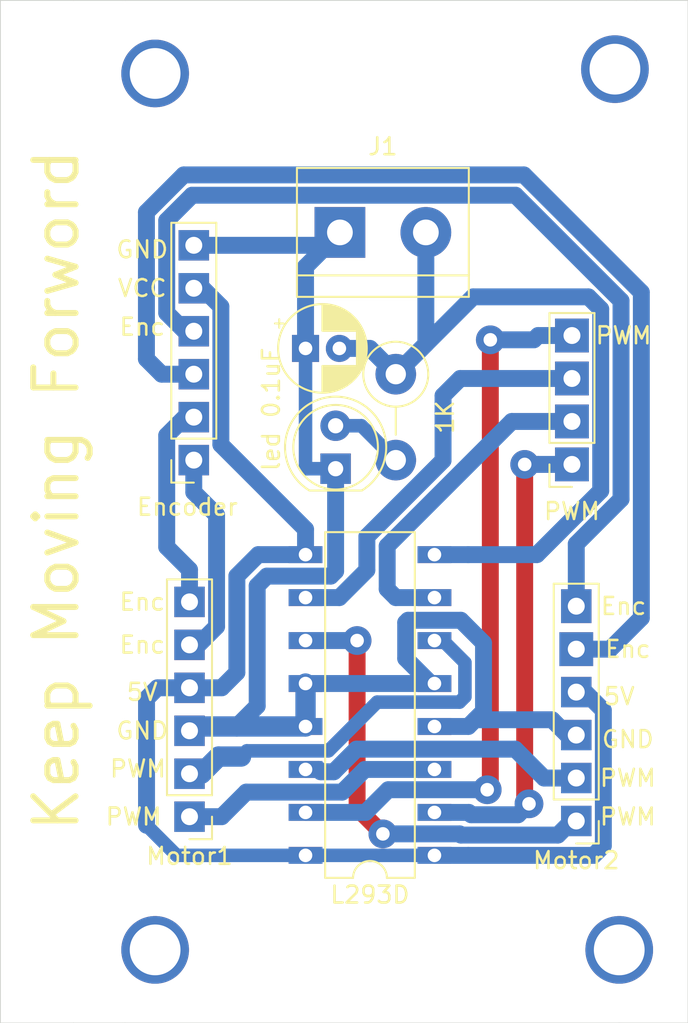
<source format=kicad_pcb>
(kicad_pcb (version 20171130) (host pcbnew "(5.1.2)-2")

  (general
    (thickness 1.6)
    (drawings 27)
    (tracks 174)
    (zones 0)
    (modules 9)
    (nets 17)
  )

  (page A4)
  (layers
    (0 F.Cu signal)
    (31 B.Cu signal)
    (32 B.Adhes user)
    (33 F.Adhes user)
    (34 B.Paste user)
    (35 F.Paste user)
    (36 B.SilkS user)
    (37 F.SilkS user)
    (38 B.Mask user)
    (39 F.Mask user)
    (40 Dwgs.User user)
    (41 Cmts.User user)
    (42 Eco1.User user)
    (43 Eco2.User user)
    (44 Edge.Cuts user)
    (45 Margin user)
    (46 B.CrtYd user)
    (47 F.CrtYd user)
    (48 B.Fab user)
    (49 F.Fab user)
  )

  (setup
    (last_trace_width 1)
    (user_trace_width 0.8)
    (user_trace_width 1)
    (user_trace_width 1.2)
    (trace_clearance 0.2)
    (zone_clearance 0.508)
    (zone_45_only no)
    (trace_min 0.2)
    (via_size 0.8)
    (via_drill 0.4)
    (via_min_size 0.4)
    (via_min_drill 0.3)
    (uvia_size 0.3)
    (uvia_drill 0.1)
    (uvias_allowed no)
    (uvia_min_size 0.2)
    (uvia_min_drill 0.1)
    (edge_width 0.05)
    (segment_width 0.2)
    (pcb_text_width 0.3)
    (pcb_text_size 1.5 1.5)
    (mod_edge_width 0.12)
    (mod_text_size 1 1)
    (mod_text_width 0.15)
    (pad_size 1.8 1.8)
    (pad_drill 1)
    (pad_to_mask_clearance 0.051)
    (solder_mask_min_width 0.25)
    (aux_axis_origin 0 0)
    (visible_elements 7FFFEFFF)
    (pcbplotparams
      (layerselection 0x010fc_ffffffff)
      (usegerberextensions false)
      (usegerberattributes false)
      (usegerberadvancedattributes false)
      (creategerberjobfile false)
      (excludeedgelayer true)
      (linewidth 0.100000)
      (plotframeref false)
      (viasonmask false)
      (mode 1)
      (useauxorigin false)
      (hpglpennumber 1)
      (hpglpenspeed 20)
      (hpglpendiameter 15.000000)
      (psnegative false)
      (psa4output false)
      (plotreference true)
      (plotvalue true)
      (plotinvisibletext false)
      (padsonsilk false)
      (subtractmaskfromsilk false)
      (outputformat 3)
      (mirror false)
      (drillshape 0)
      (scaleselection 1)
      (outputdirectory ""))
  )

  (net 0 "")
  (net 1 GND)
  (net 2 +12V)
  (net 3 Motor1A)
  (net 4 Motor1B)
  (net 5 +5V)
  (net 6 enc1a)
  (net 7 enc1b)
  (net 8 enc2b)
  (net 9 enc2a)
  (net 10 Motor2B)
  (net 11 Motor2A)
  (net 12 PWM1A)
  (net 13 PWM1B)
  (net 14 PWM2A)
  (net 15 PWM2B)
  (net 16 "Net-(D1-Pad2)")

  (net_class Default "This is the default net class."
    (clearance 0.2)
    (trace_width 0.25)
    (via_dia 0.8)
    (via_drill 0.4)
    (uvia_dia 0.3)
    (uvia_drill 0.1)
    (add_net +12V)
    (add_net +5V)
    (add_net GND)
    (add_net Motor1A)
    (add_net Motor1B)
    (add_net Motor2A)
    (add_net Motor2B)
    (add_net "Net-(D1-Pad2)")
    (add_net PWM1A)
    (add_net PWM1B)
    (add_net PWM2A)
    (add_net PWM2B)
    (add_net enc1a)
    (add_net enc1b)
    (add_net enc2a)
    (add_net enc2b)
  )

  (module Package_DIP:DIP-16_W7.62mm (layer F.Cu) (tedit 5E902CCF) (tstamp 5E90937E)
    (at 107.188 107.95 180)
    (descr "16-lead though-hole mounted DIP package, row spacing 7.62 mm (300 mils)")
    (tags "THT DIP DIL PDIP 2.54mm 7.62mm 300mil")
    (path /5E8031E2)
    (fp_text reference L293D (at 3.81 -2.33) (layer F.SilkS)
      (effects (font (size 1 1) (thickness 0.15)))
    )
    (fp_text value L293D (at 3.81 20.11) (layer F.Fab)
      (effects (font (size 1 1) (thickness 0.15)))
    )
    (fp_arc (start 3.81 -1.33) (end 2.81 -1.33) (angle -180) (layer F.SilkS) (width 0.12))
    (fp_line (start 1.635 -1.27) (end 6.985 -1.27) (layer F.Fab) (width 0.1))
    (fp_line (start 6.985 -1.27) (end 6.985 19.05) (layer F.Fab) (width 0.1))
    (fp_line (start 6.985 19.05) (end 0.635 19.05) (layer F.Fab) (width 0.1))
    (fp_line (start 0.635 19.05) (end 0.635 -0.27) (layer F.Fab) (width 0.1))
    (fp_line (start 0.635 -0.27) (end 1.635 -1.27) (layer F.Fab) (width 0.1))
    (fp_line (start 2.81 -1.33) (end 1.16 -1.33) (layer F.SilkS) (width 0.12))
    (fp_line (start 1.16 -1.33) (end 1.16 19.11) (layer F.SilkS) (width 0.12))
    (fp_line (start 1.16 19.11) (end 6.46 19.11) (layer F.SilkS) (width 0.12))
    (fp_line (start 6.46 19.11) (end 6.46 -1.33) (layer F.SilkS) (width 0.12))
    (fp_line (start 6.46 -1.33) (end 4.81 -1.33) (layer F.SilkS) (width 0.12))
    (fp_line (start -1.1 -1.55) (end -1.1 19.3) (layer F.CrtYd) (width 0.05))
    (fp_line (start -1.1 19.3) (end 8.7 19.3) (layer F.CrtYd) (width 0.05))
    (fp_line (start 8.7 19.3) (end 8.7 -1.55) (layer F.CrtYd) (width 0.05))
    (fp_line (start 8.7 -1.55) (end -1.1 -1.55) (layer F.CrtYd) (width 0.05))
    (fp_text user %R (at 3.81 8.89) (layer F.Fab)
      (effects (font (size 1 1) (thickness 0.15)))
    )
    (pad 1 thru_hole rect (at 0 0 180) (size 2 1) (drill 0.8) (layers *.Cu *.Mask)
      (net 5 +5V))
    (pad 9 thru_hole rect (at 7.62 17.78 180) (size 2 1) (drill 0.8) (layers *.Cu *.Mask)
      (net 5 +5V))
    (pad 2 thru_hole rect (at 0 2.54 180) (size 2 1) (drill 0.8) (layers *.Cu *.Mask)
      (net 12 PWM1A))
    (pad 10 thru_hole rect (at 7.62 15.24 180) (size 2 1) (drill 0.8) (layers *.Cu *.Mask)
      (net 14 PWM2A))
    (pad 3 thru_hole rect (at 0 5.08 180) (size 2 1) (drill 0.8) (layers *.Cu *.Mask)
      (net 3 Motor1A))
    (pad 11 thru_hole rect (at 7.62 12.7 180) (size 2 1) (drill 0.8) (layers *.Cu *.Mask)
      (net 11 Motor2A))
    (pad 4 thru_hole rect (at 0 7.62 180) (size 2 1) (drill 0.8) (layers *.Cu *.Mask)
      (net 1 GND))
    (pad 12 thru_hole rect (at 7.62 10.16 180) (size 2 1) (drill 0.8) (layers *.Cu *.Mask)
      (net 1 GND))
    (pad 5 thru_hole rect (at 0 10.16 180) (size 2 1) (drill 0.8) (layers *.Cu *.Mask)
      (net 1 GND))
    (pad 13 thru_hole rect (at 7.62 7.62 180) (size 2 1) (drill 0.8) (layers *.Cu *.Mask)
      (net 1 GND))
    (pad 6 thru_hole rect (at 0 12.7 180) (size 2 1) (drill 0.8) (layers *.Cu *.Mask)
      (net 4 Motor1B))
    (pad 14 thru_hole rect (at 7.62 5.08 180) (size 2 1) (drill 0.8) (layers *.Cu *.Mask)
      (net 10 Motor2B))
    (pad 7 thru_hole rect (at 0 15.24 180) (size 2 1) (drill 0.8) (layers *.Cu *.Mask)
      (net 13 PWM1B))
    (pad 15 thru_hole rect (at 7.62 2.54 180) (size 2 1) (drill 0.8) (layers *.Cu *.Mask)
      (net 15 PWM2B))
    (pad 8 thru_hole rect (at 0 17.78 180) (size 2 1) (drill 0.8) (layers *.Cu *.Mask)
      (net 2 +12V))
    (pad 16 thru_hole rect (at 7.62 0 180) (size 2 1) (drill 0.8) (layers *.Cu *.Mask)
      (net 5 +5V))
    (model ${KISYS3DMOD}/Package_DIP.3dshapes/DIP-16_W7.62mm.wrl
      (at (xyz 0 0 0))
      (scale (xyz 1 1 1))
      (rotate (xyz 0 0 0))
    )
  )

  (module Connector_PinHeader_2.54mm:PinHeader_1x06_P2.54mm_Vertical (layer F.Cu) (tedit 59FED5CC) (tstamp 5E942723)
    (at 92.71 105.664 180)
    (descr "Through hole straight pin header, 1x06, 2.54mm pitch, single row")
    (tags "Through hole pin header THT 1x06 2.54mm single row")
    (path /5E805ECA)
    (fp_text reference Motor1 (at 0 -2.33) (layer F.SilkS)
      (effects (font (size 1 1) (thickness 0.15)))
    )
    (fp_text value Motor1 (at 0 15.03) (layer F.Fab)
      (effects (font (size 1 1) (thickness 0.15)))
    )
    (fp_line (start -0.635 -1.27) (end 1.27 -1.27) (layer F.Fab) (width 0.1))
    (fp_line (start 1.27 -1.27) (end 1.27 13.97) (layer F.Fab) (width 0.1))
    (fp_line (start 1.27 13.97) (end -1.27 13.97) (layer F.Fab) (width 0.1))
    (fp_line (start -1.27 13.97) (end -1.27 -0.635) (layer F.Fab) (width 0.1))
    (fp_line (start -1.27 -0.635) (end -0.635 -1.27) (layer F.Fab) (width 0.1))
    (fp_line (start -1.33 14.03) (end 1.33 14.03) (layer F.SilkS) (width 0.12))
    (fp_line (start -1.33 1.27) (end -1.33 14.03) (layer F.SilkS) (width 0.12))
    (fp_line (start 1.33 1.27) (end 1.33 14.03) (layer F.SilkS) (width 0.12))
    (fp_line (start -1.33 1.27) (end 1.33 1.27) (layer F.SilkS) (width 0.12))
    (fp_line (start -1.33 0) (end -1.33 -1.33) (layer F.SilkS) (width 0.12))
    (fp_line (start -1.33 -1.33) (end 0 -1.33) (layer F.SilkS) (width 0.12))
    (fp_line (start -1.8 -1.8) (end -1.8 14.5) (layer F.CrtYd) (width 0.05))
    (fp_line (start -1.8 14.5) (end 1.8 14.5) (layer F.CrtYd) (width 0.05))
    (fp_line (start 1.8 14.5) (end 1.8 -1.8) (layer F.CrtYd) (width 0.05))
    (fp_line (start 1.8 -1.8) (end -1.8 -1.8) (layer F.CrtYd) (width 0.05))
    (fp_text user %R (at 0 6.35 90) (layer F.Fab)
      (effects (font (size 1 1) (thickness 0.15)))
    )
    (pad 1 thru_hole rect (at 0 0 180) (size 1.8 1.8) (drill 1) (layers *.Cu *.Mask)
      (net 3 Motor1A))
    (pad 2 thru_hole rect (at 0 2.54 180) (size 1.8 1.8) (drill 1) (layers *.Cu *.Mask)
      (net 4 Motor1B))
    (pad 3 thru_hole rect (at 0 5.08 180) (size 1.8 1.8) (drill 1) (layers *.Cu *.Mask)
      (net 1 GND))
    (pad 4 thru_hole rect (at 0 7.62 180) (size 1.8 1.8) (drill 1) (layers *.Cu *.Mask)
      (net 5 +5V))
    (pad 5 thru_hole rect (at 0 10.16 180) (size 1.8 1.8) (drill 1) (layers *.Cu *.Mask)
      (net 6 enc1a))
    (pad 6 thru_hole rect (at 0 12.7 180) (size 1.8 1.8) (drill 1) (layers *.Cu *.Mask)
      (net 7 enc1b))
    (model ${KISYS3DMOD}/Connector_PinHeader_2.54mm.3dshapes/PinHeader_1x06_P2.54mm_Vertical.wrl
      (at (xyz 0 0 0))
      (scale (xyz 1 1 1))
      (rotate (xyz 0 0 0))
    )
  )

  (module Connector_PinHeader_2.54mm:PinHeader_1x06_P2.54mm_Vertical (layer F.Cu) (tedit 5E9423B2) (tstamp 5E903188)
    (at 115.57 105.918 180)
    (descr "Through hole straight pin header, 1x06, 2.54mm pitch, single row")
    (tags "Through hole pin header THT 1x06 2.54mm single row")
    (path /5E808E02)
    (fp_text reference Motor2 (at 0 -2.33) (layer F.SilkS)
      (effects (font (size 1 1) (thickness 0.15)))
    )
    (fp_text value Motor2 (at 0 15.03) (layer F.Fab)
      (effects (font (size 1 1) (thickness 0.15)))
    )
    (fp_text user %R (at 0 6.35 90) (layer F.Fab)
      (effects (font (size 1 1) (thickness 0.15)))
    )
    (fp_line (start 1.8 -1.8) (end -1.8 -1.8) (layer F.CrtYd) (width 0.05))
    (fp_line (start 1.8 14.5) (end 1.8 -1.8) (layer F.CrtYd) (width 0.05))
    (fp_line (start -1.8 14.5) (end 1.8 14.5) (layer F.CrtYd) (width 0.05))
    (fp_line (start -1.8 -1.8) (end -1.8 14.5) (layer F.CrtYd) (width 0.05))
    (fp_line (start -1.33 -1.33) (end 0 -1.33) (layer F.SilkS) (width 0.12))
    (fp_line (start -1.33 0) (end -1.33 -1.33) (layer F.SilkS) (width 0.12))
    (fp_line (start -1.33 1.27) (end 1.33 1.27) (layer F.SilkS) (width 0.12))
    (fp_line (start 1.33 1.27) (end 1.33 14.03) (layer F.SilkS) (width 0.12))
    (fp_line (start -1.33 1.27) (end -1.33 14.03) (layer F.SilkS) (width 0.12))
    (fp_line (start -1.33 14.03) (end 1.33 14.03) (layer F.SilkS) (width 0.12))
    (fp_line (start -1.27 -0.635) (end -0.635 -1.27) (layer F.Fab) (width 0.1))
    (fp_line (start -1.27 13.97) (end -1.27 -0.635) (layer F.Fab) (width 0.1))
    (fp_line (start 1.27 13.97) (end -1.27 13.97) (layer F.Fab) (width 0.1))
    (fp_line (start 1.27 -1.27) (end 1.27 13.97) (layer F.Fab) (width 0.1))
    (fp_line (start -0.635 -1.27) (end 1.27 -1.27) (layer F.Fab) (width 0.1))
    (pad 6 thru_hole rect (at 0 12.7 180) (size 1.8 2) (drill 1) (layers *.Cu *.Mask)
      (net 8 enc2b))
    (pad 5 thru_hole rect (at 0 10.16 180) (size 2 2) (drill 1) (layers *.Cu *.Mask)
      (net 9 enc2a))
    (pad 4 thru_hole rect (at 0 7.62 180) (size 1.8 1.8) (drill 1) (layers *.Cu *.Mask)
      (net 5 +5V))
    (pad 3 thru_hole rect (at 0 5.08 180) (size 1.8 1.8) (drill 1) (layers *.Cu *.Mask)
      (net 1 GND))
    (pad 2 thru_hole rect (at 0 2.54 180) (size 1.8 1.8) (drill 1) (layers *.Cu *.Mask)
      (net 10 Motor2B))
    (pad 1 thru_hole rect (at 0 0 180) (size 1.8 1.8) (drill 1) (layers *.Cu *.Mask)
      (net 11 Motor2A))
    (model ${KISYS3DMOD}/Connector_PinHeader_2.54mm.3dshapes/PinHeader_1x06_P2.54mm_Vertical.wrl
      (at (xyz 0 0 0))
      (scale (xyz 1 1 1))
      (rotate (xyz 0 0 0))
    )
  )

  (module TerminalBlock:TerminalBlock_bornier-2_P5.08mm (layer F.Cu) (tedit 59FF03AB) (tstamp 5E90334F)
    (at 101.6 71.12)
    (descr "simple 2-pin terminal block, pitch 5.08mm, revamped version of bornier2")
    (tags "terminal block bornier2")
    (path /5E849EAF)
    (fp_text reference J1 (at 2.54 -5.08) (layer F.SilkS)
      (effects (font (size 1 1) (thickness 0.15)))
    )
    (fp_text value "Power 12v" (at 2.54 5.08) (layer F.Fab)
      (effects (font (size 1 1) (thickness 0.15)))
    )
    (fp_text user %R (at 2.794 -1.016) (layer F.Fab)
      (effects (font (size 1 1) (thickness 0.15)))
    )
    (fp_line (start -2.41 2.55) (end 7.49 2.55) (layer F.Fab) (width 0.1))
    (fp_line (start -2.46 -3.75) (end -2.46 3.75) (layer F.Fab) (width 0.1))
    (fp_line (start -2.46 3.75) (end 7.54 3.75) (layer F.Fab) (width 0.1))
    (fp_line (start 7.54 3.75) (end 7.54 -3.75) (layer F.Fab) (width 0.1))
    (fp_line (start 7.54 -3.75) (end -2.46 -3.75) (layer F.Fab) (width 0.1))
    (fp_line (start 7.62 2.54) (end -2.54 2.54) (layer F.SilkS) (width 0.12))
    (fp_line (start 7.62 3.81) (end 7.62 -3.81) (layer F.SilkS) (width 0.12))
    (fp_line (start 7.62 -3.81) (end -2.54 -3.81) (layer F.SilkS) (width 0.12))
    (fp_line (start -2.54 -3.81) (end -2.54 3.81) (layer F.SilkS) (width 0.12))
    (fp_line (start -2.54 3.81) (end 7.62 3.81) (layer F.SilkS) (width 0.12))
    (fp_line (start -2.71 -4) (end 7.79 -4) (layer F.CrtYd) (width 0.05))
    (fp_line (start -2.71 -4) (end -2.71 4) (layer F.CrtYd) (width 0.05))
    (fp_line (start 7.79 4) (end 7.79 -4) (layer F.CrtYd) (width 0.05))
    (fp_line (start 7.79 4) (end -2.71 4) (layer F.CrtYd) (width 0.05))
    (pad 1 thru_hole rect (at 0 0) (size 3 3) (drill 1.52) (layers *.Cu *.Mask)
      (net 1 GND))
    (pad 2 thru_hole circle (at 5.08 0) (size 3 3) (drill 1.52) (layers *.Cu *.Mask)
      (net 2 +12V))
    (model ${KISYS3DMOD}/TerminalBlock.3dshapes/TerminalBlock_bornier-2_P5.08mm.wrl
      (offset (xyz 2.539999961853027 0 0))
      (scale (xyz 1 1 1))
      (rotate (xyz 0 0 0))
    )
  )

  (module Connector_PinSocket_2.54mm:PinSocket_1x04_P2.54mm_Vertical (layer F.Cu) (tedit 5E94200F) (tstamp 5E9031A0)
    (at 115.316 84.836 180)
    (descr "Through hole straight socket strip, 1x04, 2.54mm pitch, single row (from Kicad 4.0.7), script generated")
    (tags "Through hole socket strip THT 1x04 2.54mm single row")
    (path /5E8575D5)
    (fp_text reference PWM (at 0 -2.77) (layer F.SilkS)
      (effects (font (size 1 1) (thickness 0.15)))
    )
    (fp_text value Motor (at 0 10.39) (layer F.Fab)
      (effects (font (size 1 1) (thickness 0.15)))
    )
    (fp_line (start -1.27 -1.27) (end 0.635 -1.27) (layer F.Fab) (width 0.1))
    (fp_line (start 0.635 -1.27) (end 1.27 -0.635) (layer F.Fab) (width 0.1))
    (fp_line (start 1.27 -0.635) (end 1.27 8.89) (layer F.Fab) (width 0.1))
    (fp_line (start 1.27 8.89) (end -1.27 8.89) (layer F.Fab) (width 0.1))
    (fp_line (start -1.27 8.89) (end -1.27 -1.27) (layer F.Fab) (width 0.1))
    (fp_line (start -1.33 1.27) (end 1.33 1.27) (layer F.SilkS) (width 0.12))
    (fp_line (start -1.33 1.27) (end -1.33 8.95) (layer F.SilkS) (width 0.12))
    (fp_line (start -1.33 8.95) (end 1.33 8.95) (layer F.SilkS) (width 0.12))
    (fp_line (start 1.33 1.27) (end 1.33 8.95) (layer F.SilkS) (width 0.12))
    (fp_line (start 1.33 -1.33) (end 1.33 0) (layer F.SilkS) (width 0.12))
    (fp_line (start 0 -1.33) (end 1.33 -1.33) (layer F.SilkS) (width 0.12))
    (fp_line (start -1.8 -1.8) (end 1.75 -1.8) (layer F.CrtYd) (width 0.05))
    (fp_line (start 1.75 -1.8) (end 1.75 9.4) (layer F.CrtYd) (width 0.05))
    (fp_line (start 1.75 9.4) (end -1.8 9.4) (layer F.CrtYd) (width 0.05))
    (fp_line (start -1.8 9.4) (end -1.8 -1.8) (layer F.CrtYd) (width 0.05))
    (fp_text user %R (at 0 3.81 90) (layer F.Fab)
      (effects (font (size 1 1) (thickness 0.15)))
    )
    (pad 1 thru_hole rect (at 0 0 180) (size 2 2) (drill 1) (layers *.Cu *.Mask)
      (net 12 PWM1A))
    (pad 2 thru_hole rect (at 0 2.54 180) (size 2 2) (drill 1) (layers *.Cu *.Mask)
      (net 13 PWM1B))
    (pad 3 thru_hole rect (at 0 5.08 180) (size 2 2) (drill 1) (layers *.Cu *.Mask)
      (net 14 PWM2A))
    (pad 4 thru_hole rect (at 0 7.62 180) (size 2 2) (drill 1) (layers *.Cu *.Mask)
      (net 15 PWM2B))
    (model ${KISYS3DMOD}/Connector_PinSocket_2.54mm.3dshapes/PinSocket_1x04_P2.54mm_Vertical.wrl
      (at (xyz 0 0 0))
      (scale (xyz 1 1 1))
      (rotate (xyz 0 0 0))
    )
  )

  (module Connector_PinSocket_2.54mm:PinSocket_1x06_P2.54mm_Vertical (layer F.Cu) (tedit 5A19A430) (tstamp 5E9031BA)
    (at 92.964 84.582 180)
    (descr "Through hole straight socket strip, 1x06, 2.54mm pitch, single row (from Kicad 4.0.7), script generated")
    (tags "Through hole socket strip THT 1x06 2.54mm single row")
    (path /5E85880E)
    (fp_text reference "Encoder " (at 0 -2.77) (layer F.SilkS)
      (effects (font (size 1 1) (thickness 0.15)))
    )
    (fp_text value Encoder (at 0 15.47) (layer F.Fab)
      (effects (font (size 1 1) (thickness 0.15)))
    )
    (fp_line (start -1.27 -1.27) (end 0.635 -1.27) (layer F.Fab) (width 0.1))
    (fp_line (start 0.635 -1.27) (end 1.27 -0.635) (layer F.Fab) (width 0.1))
    (fp_line (start 1.27 -0.635) (end 1.27 13.97) (layer F.Fab) (width 0.1))
    (fp_line (start 1.27 13.97) (end -1.27 13.97) (layer F.Fab) (width 0.1))
    (fp_line (start -1.27 13.97) (end -1.27 -1.27) (layer F.Fab) (width 0.1))
    (fp_line (start -1.33 1.27) (end 1.33 1.27) (layer F.SilkS) (width 0.12))
    (fp_line (start -1.33 1.27) (end -1.33 14.03) (layer F.SilkS) (width 0.12))
    (fp_line (start -1.33 14.03) (end 1.33 14.03) (layer F.SilkS) (width 0.12))
    (fp_line (start 1.33 1.27) (end 1.33 14.03) (layer F.SilkS) (width 0.12))
    (fp_line (start 1.33 -1.33) (end 1.33 0) (layer F.SilkS) (width 0.12))
    (fp_line (start 0 -1.33) (end 1.33 -1.33) (layer F.SilkS) (width 0.12))
    (fp_line (start -1.8 -1.8) (end 1.75 -1.8) (layer F.CrtYd) (width 0.05))
    (fp_line (start 1.75 -1.8) (end 1.75 14.45) (layer F.CrtYd) (width 0.05))
    (fp_line (start 1.75 14.45) (end -1.8 14.45) (layer F.CrtYd) (width 0.05))
    (fp_line (start -1.8 14.45) (end -1.8 -1.8) (layer F.CrtYd) (width 0.05))
    (fp_text user %R (at 0 5.286999 90) (layer F.Fab)
      (effects (font (size 1 1) (thickness 0.15)))
    )
    (pad 1 thru_hole rect (at 0 0 180) (size 1.8 1.8) (drill 1) (layers *.Cu *.Mask)
      (net 6 enc1a))
    (pad 2 thru_hole rect (at 0 2.54 180) (size 1.8 1.8) (drill 1) (layers *.Cu *.Mask)
      (net 7 enc1b))
    (pad 3 thru_hole rect (at 0 5.08 180) (size 1.8 1.8) (drill 1) (layers *.Cu *.Mask)
      (net 9 enc2a))
    (pad 4 thru_hole rect (at 0 7.62 180) (size 1.8 1.8) (drill 1) (layers *.Cu *.Mask)
      (net 8 enc2b))
    (pad 5 thru_hole rect (at 0 10.16 180) (size 1.8 1.8) (drill 1) (layers *.Cu *.Mask)
      (net 5 +5V))
    (pad 6 thru_hole rect (at 0 12.7 180) (size 1.8 1.8) (drill 1) (layers *.Cu *.Mask)
      (net 1 GND))
    (model ${KISYS3DMOD}/Connector_PinSocket_2.54mm.3dshapes/PinSocket_1x06_P2.54mm_Vertical.wrl
      (at (xyz 0 0 0))
      (scale (xyz 1 1 1))
      (rotate (xyz 0 0 0))
    )
  )

  (module Capacitor_THT:CP_Radial_D5.0mm_P2.00mm (layer F.Cu) (tedit 5AE50EF0) (tstamp 5E90867E)
    (at 99.568 77.978)
    (descr "CP, Radial series, Radial, pin pitch=2.00mm, , diameter=5mm, Electrolytic Capacitor")
    (tags "CP Radial series Radial pin pitch 2.00mm  diameter 5mm Electrolytic Capacitor")
    (path /5E90E256)
    (fp_text reference led (at -2.032 6.096 90) (layer F.SilkS)
      (effects (font (size 1 1) (thickness 0.15)))
    )
    (fp_text value 0.1uF (at 1.016 4.572) (layer F.Fab)
      (effects (font (size 1 1) (thickness 0.15)))
    )
    (fp_circle (center 1 0) (end 3.5 0) (layer F.Fab) (width 0.1))
    (fp_circle (center 1 0) (end 3.62 0) (layer F.SilkS) (width 0.12))
    (fp_circle (center 1 0) (end 3.75 0) (layer F.CrtYd) (width 0.05))
    (fp_line (start -1.133605 -1.0875) (end -0.633605 -1.0875) (layer F.Fab) (width 0.1))
    (fp_line (start -0.883605 -1.3375) (end -0.883605 -0.8375) (layer F.Fab) (width 0.1))
    (fp_line (start 1 1.04) (end 1 2.58) (layer F.SilkS) (width 0.12))
    (fp_line (start 1 -2.58) (end 1 -1.04) (layer F.SilkS) (width 0.12))
    (fp_line (start 1.04 1.04) (end 1.04 2.58) (layer F.SilkS) (width 0.12))
    (fp_line (start 1.04 -2.58) (end 1.04 -1.04) (layer F.SilkS) (width 0.12))
    (fp_line (start 1.08 -2.579) (end 1.08 -1.04) (layer F.SilkS) (width 0.12))
    (fp_line (start 1.08 1.04) (end 1.08 2.579) (layer F.SilkS) (width 0.12))
    (fp_line (start 1.12 -2.578) (end 1.12 -1.04) (layer F.SilkS) (width 0.12))
    (fp_line (start 1.12 1.04) (end 1.12 2.578) (layer F.SilkS) (width 0.12))
    (fp_line (start 1.16 -2.576) (end 1.16 -1.04) (layer F.SilkS) (width 0.12))
    (fp_line (start 1.16 1.04) (end 1.16 2.576) (layer F.SilkS) (width 0.12))
    (fp_line (start 1.2 -2.573) (end 1.2 -1.04) (layer F.SilkS) (width 0.12))
    (fp_line (start 1.2 1.04) (end 1.2 2.573) (layer F.SilkS) (width 0.12))
    (fp_line (start 1.24 -2.569) (end 1.24 -1.04) (layer F.SilkS) (width 0.12))
    (fp_line (start 1.24 1.04) (end 1.24 2.569) (layer F.SilkS) (width 0.12))
    (fp_line (start 1.28 -2.565) (end 1.28 -1.04) (layer F.SilkS) (width 0.12))
    (fp_line (start 1.28 1.04) (end 1.28 2.565) (layer F.SilkS) (width 0.12))
    (fp_line (start 1.32 -2.561) (end 1.32 -1.04) (layer F.SilkS) (width 0.12))
    (fp_line (start 1.32 1.04) (end 1.32 2.561) (layer F.SilkS) (width 0.12))
    (fp_line (start 1.36 -2.556) (end 1.36 -1.04) (layer F.SilkS) (width 0.12))
    (fp_line (start 1.36 1.04) (end 1.36 2.556) (layer F.SilkS) (width 0.12))
    (fp_line (start 1.4 -2.55) (end 1.4 -1.04) (layer F.SilkS) (width 0.12))
    (fp_line (start 1.4 1.04) (end 1.4 2.55) (layer F.SilkS) (width 0.12))
    (fp_line (start 1.44 -2.543) (end 1.44 -1.04) (layer F.SilkS) (width 0.12))
    (fp_line (start 1.44 1.04) (end 1.44 2.543) (layer F.SilkS) (width 0.12))
    (fp_line (start 1.48 -2.536) (end 1.48 -1.04) (layer F.SilkS) (width 0.12))
    (fp_line (start 1.48 1.04) (end 1.48 2.536) (layer F.SilkS) (width 0.12))
    (fp_line (start 1.52 -2.528) (end 1.52 -1.04) (layer F.SilkS) (width 0.12))
    (fp_line (start 1.52 1.04) (end 1.52 2.528) (layer F.SilkS) (width 0.12))
    (fp_line (start 1.56 -2.52) (end 1.56 -1.04) (layer F.SilkS) (width 0.12))
    (fp_line (start 1.56 1.04) (end 1.56 2.52) (layer F.SilkS) (width 0.12))
    (fp_line (start 1.6 -2.511) (end 1.6 -1.04) (layer F.SilkS) (width 0.12))
    (fp_line (start 1.6 1.04) (end 1.6 2.511) (layer F.SilkS) (width 0.12))
    (fp_line (start 1.64 -2.501) (end 1.64 -1.04) (layer F.SilkS) (width 0.12))
    (fp_line (start 1.64 1.04) (end 1.64 2.501) (layer F.SilkS) (width 0.12))
    (fp_line (start 1.68 -2.491) (end 1.68 -1.04) (layer F.SilkS) (width 0.12))
    (fp_line (start 1.68 1.04) (end 1.68 2.491) (layer F.SilkS) (width 0.12))
    (fp_line (start 1.721 -2.48) (end 1.721 -1.04) (layer F.SilkS) (width 0.12))
    (fp_line (start 1.721 1.04) (end 1.721 2.48) (layer F.SilkS) (width 0.12))
    (fp_line (start 1.761 -2.468) (end 1.761 -1.04) (layer F.SilkS) (width 0.12))
    (fp_line (start 1.761 1.04) (end 1.761 2.468) (layer F.SilkS) (width 0.12))
    (fp_line (start 1.801 -2.455) (end 1.801 -1.04) (layer F.SilkS) (width 0.12))
    (fp_line (start 1.801 1.04) (end 1.801 2.455) (layer F.SilkS) (width 0.12))
    (fp_line (start 1.841 -2.442) (end 1.841 -1.04) (layer F.SilkS) (width 0.12))
    (fp_line (start 1.841 1.04) (end 1.841 2.442) (layer F.SilkS) (width 0.12))
    (fp_line (start 1.881 -2.428) (end 1.881 -1.04) (layer F.SilkS) (width 0.12))
    (fp_line (start 1.881 1.04) (end 1.881 2.428) (layer F.SilkS) (width 0.12))
    (fp_line (start 1.921 -2.414) (end 1.921 -1.04) (layer F.SilkS) (width 0.12))
    (fp_line (start 1.921 1.04) (end 1.921 2.414) (layer F.SilkS) (width 0.12))
    (fp_line (start 1.961 -2.398) (end 1.961 -1.04) (layer F.SilkS) (width 0.12))
    (fp_line (start 1.961 1.04) (end 1.961 2.398) (layer F.SilkS) (width 0.12))
    (fp_line (start 2.001 -2.382) (end 2.001 -1.04) (layer F.SilkS) (width 0.12))
    (fp_line (start 2.001 1.04) (end 2.001 2.382) (layer F.SilkS) (width 0.12))
    (fp_line (start 2.041 -2.365) (end 2.041 -1.04) (layer F.SilkS) (width 0.12))
    (fp_line (start 2.041 1.04) (end 2.041 2.365) (layer F.SilkS) (width 0.12))
    (fp_line (start 2.081 -2.348) (end 2.081 -1.04) (layer F.SilkS) (width 0.12))
    (fp_line (start 2.081 1.04) (end 2.081 2.348) (layer F.SilkS) (width 0.12))
    (fp_line (start 2.121 -2.329) (end 2.121 -1.04) (layer F.SilkS) (width 0.12))
    (fp_line (start 2.121 1.04) (end 2.121 2.329) (layer F.SilkS) (width 0.12))
    (fp_line (start 2.161 -2.31) (end 2.161 -1.04) (layer F.SilkS) (width 0.12))
    (fp_line (start 2.161 1.04) (end 2.161 2.31) (layer F.SilkS) (width 0.12))
    (fp_line (start 2.201 -2.29) (end 2.201 -1.04) (layer F.SilkS) (width 0.12))
    (fp_line (start 2.201 1.04) (end 2.201 2.29) (layer F.SilkS) (width 0.12))
    (fp_line (start 2.241 -2.268) (end 2.241 -1.04) (layer F.SilkS) (width 0.12))
    (fp_line (start 2.241 1.04) (end 2.241 2.268) (layer F.SilkS) (width 0.12))
    (fp_line (start 2.281 -2.247) (end 2.281 -1.04) (layer F.SilkS) (width 0.12))
    (fp_line (start 2.281 1.04) (end 2.281 2.247) (layer F.SilkS) (width 0.12))
    (fp_line (start 2.321 -2.224) (end 2.321 -1.04) (layer F.SilkS) (width 0.12))
    (fp_line (start 2.321 1.04) (end 2.321 2.224) (layer F.SilkS) (width 0.12))
    (fp_line (start 2.361 -2.2) (end 2.361 -1.04) (layer F.SilkS) (width 0.12))
    (fp_line (start 2.361 1.04) (end 2.361 2.2) (layer F.SilkS) (width 0.12))
    (fp_line (start 2.401 -2.175) (end 2.401 -1.04) (layer F.SilkS) (width 0.12))
    (fp_line (start 2.401 1.04) (end 2.401 2.175) (layer F.SilkS) (width 0.12))
    (fp_line (start 2.441 -2.149) (end 2.441 -1.04) (layer F.SilkS) (width 0.12))
    (fp_line (start 2.441 1.04) (end 2.441 2.149) (layer F.SilkS) (width 0.12))
    (fp_line (start 2.481 -2.122) (end 2.481 -1.04) (layer F.SilkS) (width 0.12))
    (fp_line (start 2.481 1.04) (end 2.481 2.122) (layer F.SilkS) (width 0.12))
    (fp_line (start 2.521 -2.095) (end 2.521 -1.04) (layer F.SilkS) (width 0.12))
    (fp_line (start 2.521 1.04) (end 2.521 2.095) (layer F.SilkS) (width 0.12))
    (fp_line (start 2.561 -2.065) (end 2.561 -1.04) (layer F.SilkS) (width 0.12))
    (fp_line (start 2.561 1.04) (end 2.561 2.065) (layer F.SilkS) (width 0.12))
    (fp_line (start 2.601 -2.035) (end 2.601 -1.04) (layer F.SilkS) (width 0.12))
    (fp_line (start 2.601 1.04) (end 2.601 2.035) (layer F.SilkS) (width 0.12))
    (fp_line (start 2.641 -2.004) (end 2.641 -1.04) (layer F.SilkS) (width 0.12))
    (fp_line (start 2.641 1.04) (end 2.641 2.004) (layer F.SilkS) (width 0.12))
    (fp_line (start 2.681 -1.971) (end 2.681 -1.04) (layer F.SilkS) (width 0.12))
    (fp_line (start 2.681 1.04) (end 2.681 1.971) (layer F.SilkS) (width 0.12))
    (fp_line (start 2.721 -1.937) (end 2.721 -1.04) (layer F.SilkS) (width 0.12))
    (fp_line (start 2.721 1.04) (end 2.721 1.937) (layer F.SilkS) (width 0.12))
    (fp_line (start 2.761 -1.901) (end 2.761 -1.04) (layer F.SilkS) (width 0.12))
    (fp_line (start 2.761 1.04) (end 2.761 1.901) (layer F.SilkS) (width 0.12))
    (fp_line (start 2.801 -1.864) (end 2.801 -1.04) (layer F.SilkS) (width 0.12))
    (fp_line (start 2.801 1.04) (end 2.801 1.864) (layer F.SilkS) (width 0.12))
    (fp_line (start 2.841 -1.826) (end 2.841 -1.04) (layer F.SilkS) (width 0.12))
    (fp_line (start 2.841 1.04) (end 2.841 1.826) (layer F.SilkS) (width 0.12))
    (fp_line (start 2.881 -1.785) (end 2.881 -1.04) (layer F.SilkS) (width 0.12))
    (fp_line (start 2.881 1.04) (end 2.881 1.785) (layer F.SilkS) (width 0.12))
    (fp_line (start 2.921 -1.743) (end 2.921 -1.04) (layer F.SilkS) (width 0.12))
    (fp_line (start 2.921 1.04) (end 2.921 1.743) (layer F.SilkS) (width 0.12))
    (fp_line (start 2.961 -1.699) (end 2.961 -1.04) (layer F.SilkS) (width 0.12))
    (fp_line (start 2.961 1.04) (end 2.961 1.699) (layer F.SilkS) (width 0.12))
    (fp_line (start 3.001 -1.653) (end 3.001 -1.04) (layer F.SilkS) (width 0.12))
    (fp_line (start 3.001 1.04) (end 3.001 1.653) (layer F.SilkS) (width 0.12))
    (fp_line (start 3.041 -1.605) (end 3.041 1.605) (layer F.SilkS) (width 0.12))
    (fp_line (start 3.081 -1.554) (end 3.081 1.554) (layer F.SilkS) (width 0.12))
    (fp_line (start 3.121 -1.5) (end 3.121 1.5) (layer F.SilkS) (width 0.12))
    (fp_line (start 3.161 -1.443) (end 3.161 1.443) (layer F.SilkS) (width 0.12))
    (fp_line (start 3.201 -1.383) (end 3.201 1.383) (layer F.SilkS) (width 0.12))
    (fp_line (start 3.241 -1.319) (end 3.241 1.319) (layer F.SilkS) (width 0.12))
    (fp_line (start 3.281 -1.251) (end 3.281 1.251) (layer F.SilkS) (width 0.12))
    (fp_line (start 3.321 -1.178) (end 3.321 1.178) (layer F.SilkS) (width 0.12))
    (fp_line (start 3.361 -1.098) (end 3.361 1.098) (layer F.SilkS) (width 0.12))
    (fp_line (start 3.401 -1.011) (end 3.401 1.011) (layer F.SilkS) (width 0.12))
    (fp_line (start 3.441 -0.915) (end 3.441 0.915) (layer F.SilkS) (width 0.12))
    (fp_line (start 3.481 -0.805) (end 3.481 0.805) (layer F.SilkS) (width 0.12))
    (fp_line (start 3.521 -0.677) (end 3.521 0.677) (layer F.SilkS) (width 0.12))
    (fp_line (start 3.561 -0.518) (end 3.561 0.518) (layer F.SilkS) (width 0.12))
    (fp_line (start 3.601 -0.284) (end 3.601 0.284) (layer F.SilkS) (width 0.12))
    (fp_line (start -1.804775 -1.475) (end -1.304775 -1.475) (layer F.SilkS) (width 0.12))
    (fp_line (start -1.554775 -1.725) (end -1.554775 -1.225) (layer F.SilkS) (width 0.12))
    (fp_text user %R (at 1 0) (layer F.Fab)
      (effects (font (size 1 1) (thickness 0.15)))
    )
    (pad 1 thru_hole rect (at 0 0) (size 1.6 1.6) (drill 0.8) (layers *.Cu *.Mask)
      (net 1 GND))
    (pad 2 thru_hole circle (at 2 0) (size 1.6 1.6) (drill 0.8) (layers *.Cu *.Mask)
      (net 2 +12V))
    (model ${KISYS3DMOD}/Capacitor_THT.3dshapes/CP_Radial_D5.0mm_P2.00mm.wrl
      (at (xyz 0 0 0))
      (scale (xyz 1 1 1))
      (rotate (xyz 0 0 0))
    )
  )

  (module LED_THT:LED_D5.0mm_Clear (layer F.Cu) (tedit 5A6C9BC0) (tstamp 5E908690)
    (at 101.346 85.09 90)
    (descr "LED, diameter 5.0mm, 2 pins, http://cdn-reichelt.de/documents/datenblatt/A500/LL-504BC2E-009.pdf")
    (tags "LED diameter 5.0mm 2 pins")
    (path /5E915184)
    (fp_text reference 0.1uF (at 5.08 -3.81 90) (layer F.SilkS)
      (effects (font (size 1 1) (thickness 0.15)))
    )
    (fp_text value LED (at 1.27 3.96 90) (layer F.Fab)
      (effects (font (size 1 1) (thickness 0.15)))
    )
    (fp_text user %R (at 1.25 0 90) (layer F.Fab)
      (effects (font (size 0.8 0.8) (thickness 0.2)))
    )
    (fp_line (start -1.23 -1.469694) (end -1.23 1.469694) (layer F.Fab) (width 0.1))
    (fp_line (start -1.29 -1.545) (end -1.29 1.545) (layer F.SilkS) (width 0.12))
    (fp_line (start -1.95 -3.25) (end -1.95 3.25) (layer F.CrtYd) (width 0.05))
    (fp_line (start -1.95 3.25) (end 4.5 3.25) (layer F.CrtYd) (width 0.05))
    (fp_line (start 4.5 3.25) (end 4.5 -3.25) (layer F.CrtYd) (width 0.05))
    (fp_line (start 4.5 -3.25) (end -1.95 -3.25) (layer F.CrtYd) (width 0.05))
    (fp_circle (center 1.27 0) (end 3.77 0) (layer F.Fab) (width 0.1))
    (fp_circle (center 1.27 0) (end 3.77 0) (layer F.SilkS) (width 0.12))
    (fp_arc (start 1.27 0) (end -1.23 -1.469694) (angle 299.1) (layer F.Fab) (width 0.1))
    (fp_arc (start 1.27 0) (end -1.29 -1.54483) (angle 148.9) (layer F.SilkS) (width 0.12))
    (fp_arc (start 1.27 0) (end -1.29 1.54483) (angle -148.9) (layer F.SilkS) (width 0.12))
    (pad 1 thru_hole rect (at 0 0 90) (size 1.8 1.8) (drill 0.9) (layers *.Cu *.Mask)
      (net 1 GND))
    (pad 2 thru_hole circle (at 2.54 0 90) (size 1.8 1.8) (drill 0.9) (layers *.Cu *.Mask)
      (net 16 "Net-(D1-Pad2)"))
    (model ${KISYS3DMOD}/LED_THT.3dshapes/LED_D5.0mm_Clear.wrl
      (at (xyz 0 0 0))
      (scale (xyz 1 1 1))
      (rotate (xyz 0 0 0))
    )
  )

  (module Resistor_THT:R_Axial_DIN0411_L9.9mm_D3.6mm_P5.08mm_Vertical (layer F.Cu) (tedit 5AE5139B) (tstamp 5E90869F)
    (at 104.902 79.502 270)
    (descr "Resistor, Axial_DIN0411 series, Axial, Vertical, pin pitch=5.08mm, 1W, length*diameter=9.9*3.6mm^2")
    (tags "Resistor Axial_DIN0411 series Axial Vertical pin pitch 5.08mm 1W length 9.9mm diameter 3.6mm")
    (path /5E91416B)
    (fp_text reference 1K (at 2.54 -2.92 90) (layer F.SilkS)
      (effects (font (size 1 1) (thickness 0.15)))
    )
    (fp_text value R_Small (at 2.286 2.54 90) (layer F.Fab)
      (effects (font (size 1 1) (thickness 0.15)))
    )
    (fp_circle (center 0 0) (end 1.8 0) (layer F.Fab) (width 0.1))
    (fp_circle (center 0 0) (end 1.92 0) (layer F.SilkS) (width 0.12))
    (fp_line (start 0 0) (end 5.08 0) (layer F.Fab) (width 0.1))
    (fp_line (start 1.92 0) (end 3.58 0) (layer F.SilkS) (width 0.12))
    (fp_line (start -2.05 -2.05) (end -2.05 2.05) (layer F.CrtYd) (width 0.05))
    (fp_line (start -2.05 2.05) (end 6.53 2.05) (layer F.CrtYd) (width 0.05))
    (fp_line (start 6.53 2.05) (end 6.53 -2.05) (layer F.CrtYd) (width 0.05))
    (fp_line (start 6.53 -2.05) (end -2.05 -2.05) (layer F.CrtYd) (width 0.05))
    (fp_text user %R (at 2.54 -2.92 90) (layer F.Fab)
      (effects (font (size 1 1) (thickness 0.15)))
    )
    (pad 1 thru_hole circle (at 0 0 270) (size 2.4 2.4) (drill 1.2) (layers *.Cu *.Mask)
      (net 2 +12V))
    (pad 2 thru_hole oval (at 5.08 0 270) (size 2.4 2.4) (drill 1.2) (layers *.Cu *.Mask)
      (net 16 "Net-(D1-Pad2)"))
    (model ${KISYS3DMOD}/Resistor_THT.3dshapes/R_Axial_DIN0411_L9.9mm_D3.6mm_P5.08mm_Vertical.wrl
      (at (xyz 0 0 0))
      (scale (xyz 1 1 1))
      (rotate (xyz 0 0 0))
    )
  )

  (gr_text "Keep Moving Forword" (at 84.836 86.36 90) (layer F.SilkS)
    (effects (font (size 2.5 2.5) (thickness 0.35)))
  )
  (gr_line (start 81.534 117.856) (end 85.852 117.856) (layer Edge.Cuts) (width 0.05) (tstamp 5E94290D))
  (gr_line (start 81.534 57.404) (end 81.534 117.856) (layer Edge.Cuts) (width 0.05))
  (gr_line (start 85.852 57.404) (end 81.534 57.404) (layer Edge.Cuts) (width 0.05))
  (gr_line (start 85.852 117.856) (end 88.9 117.856) (layer Edge.Cuts) (width 0.05) (tstamp 5E942884))
  (gr_line (start 88.9 57.404) (end 85.852 57.404) (layer Edge.Cuts) (width 0.05))
  (gr_line (start 122.174 57.404) (end 119.126 57.404) (layer Edge.Cuts) (width 0.05) (tstamp 5E942862))
  (gr_line (start 122.174 117.856) (end 122.174 57.404) (layer Edge.Cuts) (width 0.05))
  (gr_line (start 118.11 117.856) (end 122.174 117.856) (layer Edge.Cuts) (width 0.05))
  (gr_line (start 119.126 57.404) (end 88.9 57.404) (layer Edge.Cuts) (width 0.05))
  (gr_line (start 88.9 117.856) (end 118.11 117.856) (layer Edge.Cuts) (width 0.05))
  (gr_text PWM (at 89.408 105.664) (layer F.SilkS)
    (effects (font (size 1 1) (thickness 0.15)))
  )
  (gr_text "PWM\n\n" (at 89.662 103.632) (layer F.SilkS)
    (effects (font (size 1 1) (thickness 0.15)))
  )
  (gr_text "GND\n" (at 89.916 100.584) (layer F.SilkS) (tstamp 5E942759)
    (effects (font (size 1 1) (thickness 0.15)))
  )
  (gr_text 5V (at 89.916 98.298) (layer F.SilkS) (tstamp 5E94275F)
    (effects (font (size 1 1) (thickness 0.15)))
  )
  (gr_text "Enc\n" (at 89.916 95.504) (layer F.SilkS) (tstamp 5E942756)
    (effects (font (size 1 1) (thickness 0.15)))
  )
  (gr_text "Enc\n" (at 89.916 92.964) (layer F.SilkS) (tstamp 5E94275C)
    (effects (font (size 1 1) (thickness 0.15)))
  )
  (gr_text PWM (at 118.618 105.664) (layer F.SilkS)
    (effects (font (size 1 1) (thickness 0.15)))
  )
  (gr_text PWM (at 118.618 103.378) (layer F.SilkS)
    (effects (font (size 1 1) (thickness 0.15)))
  )
  (gr_text "Enc\n" (at 118.364 93.218) (layer F.SilkS)
    (effects (font (size 1 1) (thickness 0.15)))
  )
  (gr_text Enc (at 118.618 95.758) (layer F.SilkS)
    (effects (font (size 1 1) (thickness 0.15)))
  )
  (gr_text GND (at 118.618 101.092) (layer F.SilkS)
    (effects (font (size 1 1) (thickness 0.15)))
  )
  (gr_text 5V (at 118.11 98.552) (layer F.SilkS)
    (effects (font (size 1 1) (thickness 0.15)))
  )
  (gr_text PWM (at 118.364 77.216) (layer F.SilkS)
    (effects (font (size 1 1) (thickness 0.15)))
  )
  (gr_text "Enc\n" (at 89.916 76.708) (layer F.SilkS)
    (effects (font (size 1 1) (thickness 0.15)))
  )
  (gr_text "VCC\n" (at 89.916 74.422) (layer F.SilkS)
    (effects (font (size 1 1) (thickness 0.15)))
  )
  (gr_text "GND\n" (at 89.916 72.136) (layer F.SilkS)
    (effects (font (size 1 1) (thickness 0.15)))
  )

  (via (at 117.856 61.468) (size 4) (drill 3) (layers F.Cu B.Cu) (net 0))
  (via (at 90.678 61.722) (size 4) (drill 3) (layers F.Cu B.Cu) (net 0))
  (via (at 118.11 113.538) (size 4) (drill 3) (layers F.Cu B.Cu) (net 0))
  (via (at 90.678 113.538) (size 4) (drill 3) (layers F.Cu B.Cu) (net 0))
  (segment (start 99.568 73.152) (end 99.568 77.978) (width 1) (layer B.Cu) (net 1))
  (segment (start 101.6 71.12) (end 99.568 73.152) (width 1) (layer B.Cu) (net 1))
  (segment (start 99.646 85.09) (end 101.346 85.09) (width 0.8) (layer B.Cu) (net 1))
  (segment (start 99.568 85.012) (end 99.646 85.09) (width 0.8) (layer B.Cu) (net 1))
  (segment (start 99.568 77.978) (end 99.568 85.012) (width 0.8) (layer B.Cu) (net 1))
  (segment (start 100.838 71.882) (end 101.6 71.12) (width 1) (layer B.Cu) (net 1))
  (segment (start 92.964 71.882) (end 100.838 71.882) (width 1) (layer B.Cu) (net 1))
  (segment (start 92.71 100.584) (end 92.964 100.33) (width 1.2) (layer B.Cu) (net 1))
  (segment (start 99.568 97.79) (end 99.568 100.33) (width 1.2) (layer B.Cu) (net 1))
  (segment (start 109.188 100.33) (end 107.188 100.33) (width 1) (layer B.Cu) (net 1))
  (segment (start 110.08801 95.390008) (end 110.08801 99.42999) (width 1) (layer B.Cu) (net 1))
  (segment (start 105.627999 94.049999) (end 108.748001 94.049999) (width 1) (layer B.Cu) (net 1))
  (segment (start 108.748001 94.049999) (end 110.08801 95.390008) (width 1) (layer B.Cu) (net 1))
  (segment (start 105.487999 94.189999) (end 105.627999 94.049999) (width 1) (layer B.Cu) (net 1))
  (segment (start 105.487999 96.310001) (end 105.487999 94.189999) (width 1) (layer B.Cu) (net 1))
  (segment (start 106.967998 97.79) (end 105.487999 96.310001) (width 1) (layer B.Cu) (net 1))
  (segment (start 107.188 97.79) (end 106.967998 97.79) (width 1) (layer B.Cu) (net 1))
  (segment (start 96.710021 99.123979) (end 95.504 100.33) (width 1) (layer B.Cu) (net 1))
  (segment (start 96.710021 92.011979) (end 96.710021 99.123979) (width 1) (layer B.Cu) (net 1))
  (segment (start 97.282 91.44) (end 96.710021 92.011979) (width 1) (layer B.Cu) (net 1))
  (segment (start 101.058002 91.44) (end 97.282 91.44) (width 1) (layer B.Cu) (net 1))
  (segment (start 101.346 91.152002) (end 101.058002 91.44) (width 1) (layer B.Cu) (net 1))
  (segment (start 101.346 85.09) (end 101.346 91.152002) (width 1) (layer B.Cu) (net 1))
  (segment (start 92.964 100.33) (end 95.504 100.33) (width 1.2) (layer B.Cu) (net 1))
  (segment (start 95.504 100.33) (end 99.568 100.33) (width 1.2) (layer B.Cu) (net 1))
  (segment (start 99.568 97.79) (end 107.188 97.79) (width 1) (layer B.Cu) (net 1))
  (segment (start 114.144998 99.933) (end 109.585 99.933) (width 1) (layer B.Cu) (net 1))
  (segment (start 115.049998 100.838) (end 114.144998 99.933) (width 1) (layer B.Cu) (net 1))
  (segment (start 115.57 100.838) (end 115.049998 100.838) (width 1) (layer B.Cu) (net 1))
  (segment (start 110.08801 99.42999) (end 109.585 99.933) (width 1) (layer B.Cu) (net 1))
  (segment (start 109.585 99.933) (end 109.188 100.33) (width 1) (layer B.Cu) (net 1))
  (segment (start 106.68 77.724) (end 104.902 79.502) (width 1) (layer B.Cu) (net 2))
  (segment (start 106.68 71.12) (end 106.68 77.724) (width 1) (layer B.Cu) (net 2))
  (segment (start 103.378 77.978) (end 104.902 79.502) (width 1) (layer B.Cu) (net 2))
  (segment (start 101.568 77.978) (end 103.378 77.978) (width 1) (layer B.Cu) (net 2))
  (segment (start 109.188 90.17) (end 107.188 90.17) (width 1) (layer B.Cu) (net 2))
  (segment (start 113.242002 90.17) (end 109.188 90.17) (width 1) (layer B.Cu) (net 2))
  (segment (start 117.016001 86.396001) (end 113.242002 90.17) (width 1) (layer B.Cu) (net 2))
  (segment (start 117.016001 75.655999) (end 117.016001 86.396001) (width 1) (layer B.Cu) (net 2))
  (segment (start 116.290002 74.93) (end 117.016001 75.655999) (width 1) (layer B.Cu) (net 2))
  (segment (start 109.474 74.93) (end 116.290002 74.93) (width 1) (layer B.Cu) (net 2))
  (segment (start 104.902 79.502) (end 109.474 74.93) (width 1) (layer B.Cu) (net 2))
  (segment (start 107.188 102.87) (end 103.074718 102.87) (width 1) (layer B.Cu) (net 3))
  (segment (start 94.61 105.664) (end 92.71 105.664) (width 1) (layer B.Cu) (net 3))
  (segment (start 96.064001 104.209999) (end 94.61 105.664) (width 1) (layer B.Cu) (net 3))
  (segment (start 101.734719 104.209999) (end 96.064001 104.209999) (width 1) (layer B.Cu) (net 3))
  (segment (start 103.074718 102.87) (end 101.734719 104.209999) (width 1) (layer B.Cu) (net 3))
  (segment (start 94.426002 102.108) (end 95.758 102.108) (width 1.2) (layer B.Cu) (net 4))
  (segment (start 92.71 103.124) (end 93.410002 103.124) (width 1.2) (layer B.Cu) (net 4))
  (segment (start 93.410002 103.124) (end 94.426002 102.108) (width 1.2) (layer B.Cu) (net 4))
  (segment (start 107.188 95.25) (end 106.688 95.25) (width 0.8) (layer B.Cu) (net 4))
  (segment (start 108.988 96.55) (end 107.688 95.25) (width 0.8) (layer B.Cu) (net 4))
  (segment (start 107.688 95.25) (end 107.188 95.25) (width 0.8) (layer B.Cu) (net 4))
  (segment (start 95.758 102.108) (end 96.096001 101.769999) (width 0.8) (layer B.Cu) (net 4))
  (segment (start 96.096001 101.769999) (end 100.922001 101.769999) (width 0.8) (layer B.Cu) (net 4))
  (segment (start 100.922001 101.769999) (end 103.801999 98.890001) (width 0.8) (layer B.Cu) (net 4))
  (segment (start 103.801999 98.890001) (end 108.668001 98.890001) (width 0.8) (layer B.Cu) (net 4))
  (segment (start 108.668001 98.890001) (end 108.988 98.570002) (width 0.8) (layer B.Cu) (net 4))
  (segment (start 108.988 98.570002) (end 108.988 96.55) (width 0.8) (layer B.Cu) (net 4))
  (segment (start 90.81 98.044) (end 90.17 98.684) (width 1) (layer B.Cu) (net 5))
  (segment (start 92.71 98.044) (end 90.81 98.044) (width 1) (layer B.Cu) (net 5))
  (segment (start 90.17 98.684) (end 90.17 106.172) (width 1) (layer B.Cu) (net 5))
  (segment (start 91.948 107.95) (end 99.568 107.95) (width 0.8) (layer B.Cu) (net 5))
  (segment (start 90.17 106.172) (end 91.948 107.95) (width 0.8) (layer B.Cu) (net 5))
  (segment (start 107.188 107.95) (end 99.568 107.95) (width 0.8) (layer B.Cu) (net 5))
  (segment (start 99.568 88.67) (end 99.568 90.17) (width 1) (layer B.Cu) (net 5))
  (segment (start 94.564001 83.666001) (end 99.568 88.67) (width 1) (layer B.Cu) (net 5))
  (segment (start 94.564001 75.501999) (end 94.564001 83.666001) (width 1) (layer B.Cu) (net 5))
  (segment (start 93.484002 74.422) (end 94.564001 75.501999) (width 1) (layer B.Cu) (net 5))
  (segment (start 92.964 74.422) (end 93.484002 74.422) (width 1) (layer B.Cu) (net 5))
  (segment (start 94.61 98.044) (end 92.71 98.044) (width 1) (layer B.Cu) (net 5))
  (segment (start 95.510011 97.143989) (end 94.61 98.044) (width 1) (layer B.Cu) (net 5))
  (segment (start 95.510011 91.433989) (end 95.510011 97.143989) (width 1) (layer B.Cu) (net 5))
  (segment (start 96.774 90.17) (end 95.510011 91.433989) (width 1) (layer B.Cu) (net 5))
  (segment (start 99.568 90.17) (end 96.774 90.17) (width 1) (layer B.Cu) (net 5))
  (segment (start 109.188 107.95) (end 107.188 107.95) (width 1) (layer B.Cu) (net 5))
  (segment (start 116.598002 107.95) (end 109.188 107.95) (width 1) (layer B.Cu) (net 5))
  (segment (start 117.170001 107.378001) (end 116.598002 107.95) (width 1) (layer B.Cu) (net 5))
  (segment (start 117.170001 99.377999) (end 117.170001 107.378001) (width 1) (layer B.Cu) (net 5))
  (segment (start 116.090002 98.298) (end 117.170001 99.377999) (width 1) (layer B.Cu) (net 5))
  (segment (start 115.57 98.298) (end 116.090002 98.298) (width 1) (layer B.Cu) (net 5))
  (segment (start 93.230002 95.504) (end 92.71 95.504) (width 1) (layer B.Cu) (net 6))
  (segment (start 94.310001 94.424001) (end 93.230002 95.504) (width 1) (layer B.Cu) (net 6))
  (segment (start 94.310001 87.828001) (end 94.310001 94.424001) (width 1) (layer B.Cu) (net 6))
  (segment (start 92.964 86.482) (end 94.310001 87.828001) (width 1) (layer B.Cu) (net 6))
  (segment (start 92.964 84.582) (end 92.964 86.482) (width 1) (layer B.Cu) (net 6))
  (segment (start 92.71 91.064) (end 92.71 92.964) (width 1) (layer B.Cu) (net 7))
  (segment (start 91.363999 89.717999) (end 92.71 91.064) (width 1) (layer B.Cu) (net 7))
  (segment (start 91.363999 83.121999) (end 91.363999 89.717999) (width 1) (layer B.Cu) (net 7))
  (segment (start 92.443998 82.042) (end 91.363999 83.121999) (width 1) (layer B.Cu) (net 7))
  (segment (start 92.964 82.042) (end 92.443998 82.042) (width 1) (layer B.Cu) (net 7))
  (segment (start 91.363999 75.882001) (end 92.443998 76.962) (width 1) (layer B.Cu) (net 8))
  (segment (start 92.865999 68.919999) (end 91.363999 70.421999) (width 1) (layer B.Cu) (net 8))
  (segment (start 92.443998 76.962) (end 92.964 76.962) (width 1) (layer B.Cu) (net 8))
  (segment (start 111.977071 68.919999) (end 92.865999 68.919999) (width 1) (layer B.Cu) (net 8))
  (segment (start 91.363999 70.421999) (end 91.363999 75.882001) (width 1) (layer B.Cu) (net 8))
  (segment (start 118.21601 75.158938) (end 111.977071 68.919999) (width 1) (layer B.Cu) (net 8))
  (segment (start 115.57 89.539072) (end 118.216011 86.893061) (width 1) (layer B.Cu) (net 8))
  (segment (start 118.216011 86.893061) (end 118.21601 75.158938) (width 1) (layer B.Cu) (net 8))
  (segment (start 115.57 93.218) (end 115.57 89.539072) (width 1) (layer B.Cu) (net 8))
  (segment (start 91.064 79.502) (end 92.964 79.502) (width 1) (layer B.Cu) (net 9))
  (segment (start 90.16399 78.60199) (end 91.064 79.502) (width 1) (layer B.Cu) (net 9))
  (segment (start 90.16399 69.924938) (end 90.16399 78.60199) (width 1) (layer B.Cu) (net 9))
  (segment (start 92.368938 67.71999) (end 90.16399 69.924938) (width 1) (layer B.Cu) (net 9))
  (segment (start 112.474131 67.719989) (end 92.368938 67.71999) (width 1) (layer B.Cu) (net 9))
  (segment (start 119.416019 74.661877) (end 112.474131 67.719989) (width 1) (layer B.Cu) (net 9))
  (segment (start 119.416019 93.911981) (end 119.416019 74.661877) (width 1) (layer B.Cu) (net 9))
  (segment (start 117.57 95.758) (end 119.416019 93.911981) (width 1) (layer B.Cu) (net 9))
  (segment (start 115.57 95.758) (end 117.57 95.758) (width 1) (layer B.Cu) (net 9))
  (segment (start 102.577649 101.669999) (end 101.237659 103.009989) (width 1) (layer B.Cu) (net 10))
  (segment (start 111.961999 101.669999) (end 102.577649 101.669999) (width 1) (layer B.Cu) (net 10))
  (segment (start 115.57 103.378) (end 113.67 103.378) (width 1) (layer B.Cu) (net 10))
  (segment (start 113.67 103.378) (end 111.961999 101.669999) (width 1) (layer B.Cu) (net 10))
  (segment (start 100.469989 103.009989) (end 101.237659 103.009989) (width 1) (layer B.Cu) (net 10))
  (segment (start 100.33 102.87) (end 100.469989 103.009989) (width 1) (layer B.Cu) (net 10))
  (segment (start 99.568 102.87) (end 100.33 102.87) (width 1) (layer B.Cu) (net 10))
  (segment (start 99.568 95.25) (end 102.616 95.25) (width 1) (layer B.Cu) (net 11))
  (segment (start 102.616 95.25) (end 102.616 95.25) (width 1) (layer B.Cu) (net 11) (tstamp 5E942841))
  (via (at 102.616 95.25) (size 1.7) (drill 0.8) (layers F.Cu B.Cu) (net 11))
  (segment (start 104.14 106.68) (end 104.14 106.68) (width 1) (layer B.Cu) (net 11) (tstamp 5E942843))
  (via (at 104.14 106.68) (size 1.7) (drill 0.8) (layers F.Cu B.Cu) (net 11))
  (segment (start 108.678002 106.68) (end 104.14 106.68) (width 1) (layer B.Cu) (net 11))
  (segment (start 115.316 105.918) (end 114.48401 106.74999) (width 1) (layer B.Cu) (net 11))
  (segment (start 115.57 105.918) (end 115.316 105.918) (width 1) (layer B.Cu) (net 11))
  (segment (start 108.747992 106.74999) (end 108.678002 106.68) (width 1) (layer B.Cu) (net 11))
  (segment (start 114.48401 106.74999) (end 108.747992 106.74999) (width 1) (layer B.Cu) (net 11))
  (segment (start 102.616 105.156) (end 104.14 106.68) (width 1) (layer F.Cu) (net 11))
  (segment (start 102.616 95.25) (end 102.616 105.156) (width 1) (layer F.Cu) (net 11))
  (segment (start 109.22 105.41) (end 109.35998 105.54998) (width 1) (layer B.Cu) (net 12))
  (segment (start 107.188 105.41) (end 109.22 105.41) (width 1) (layer B.Cu) (net 12))
  (segment (start 109.35998 105.54998) (end 112.12802 105.54998) (width 1) (layer B.Cu) (net 12))
  (segment (start 112.12802 105.54998) (end 112.776 104.902) (width 1) (layer B.Cu) (net 12))
  (segment (start 112.776 104.902) (end 112.776 104.902) (width 1) (layer B.Cu) (net 12) (tstamp 5E942855))
  (via (at 112.776 104.902) (size 1.7) (drill 0.8) (layers F.Cu B.Cu) (net 12))
  (segment (start 115.316 84.836) (end 113.316 84.836) (width 1) (layer B.Cu) (net 12))
  (segment (start 113.316 84.836) (end 112.522 84.836) (width 1) (layer B.Cu) (net 12))
  (segment (start 112.522 84.836) (end 112.522 84.836) (width 1) (layer B.Cu) (net 12) (tstamp 5E942859))
  (via (at 112.522 84.836) (size 1.7) (drill 0.8) (layers F.Cu B.Cu) (net 12))
  (segment (start 112.522 104.648) (end 112.776 104.902) (width 1) (layer F.Cu) (net 12))
  (segment (start 112.522 84.836) (end 112.522 104.648) (width 1) (layer F.Cu) (net 12))
  (segment (start 115.316 82.296) (end 114.916 82.296) (width 0.8) (layer B.Cu) (net 13))
  (segment (start 115.316 82.296) (end 111.76 82.296) (width 1) (layer B.Cu) (net 13))
  (segment (start 111.76 82.296) (end 104.394 89.662) (width 1) (layer B.Cu) (net 13))
  (segment (start 104.394 89.662) (end 104.394 92.202) (width 1) (layer B.Cu) (net 13))
  (segment (start 104.902 92.71) (end 107.188 92.71) (width 1) (layer B.Cu) (net 13))
  (segment (start 104.394 92.202) (end 104.902 92.71) (width 1) (layer B.Cu) (net 13))
  (segment (start 115.316 79.756) (end 114.916 79.756) (width 0.8) (layer B.Cu) (net 14))
  (segment (start 99.568 92.71) (end 99.586002 92.71) (width 1) (layer B.Cu) (net 14))
  (segment (start 107.696 84.600002) (end 107.696 80.772) (width 1) (layer B.Cu) (net 14))
  (segment (start 108.712 79.756) (end 115.316 79.756) (width 1) (layer B.Cu) (net 14))
  (segment (start 107.696 80.772) (end 108.712 79.756) (width 1) (layer B.Cu) (net 14))
  (segment (start 103.19399 89.102012) (end 107.696 84.600002) (width 1) (layer B.Cu) (net 14))
  (segment (start 103.19399 91.08401) (end 103.19399 89.102012) (width 1) (layer B.Cu) (net 14))
  (segment (start 101.568 92.71) (end 103.19399 91.08401) (width 1) (layer B.Cu) (net 14))
  (segment (start 99.568 92.71) (end 101.568 92.71) (width 1) (layer B.Cu) (net 14))
  (segment (start 115.316 77.216) (end 115.716 77.216) (width 0.8) (layer B.Cu) (net 15))
  (segment (start 104.455988 104.07001) (end 110.30599 104.07001) (width 1) (layer B.Cu) (net 15))
  (segment (start 99.568 105.41) (end 103.115998 105.41) (width 1) (layer B.Cu) (net 15))
  (segment (start 103.115998 105.41) (end 104.455988 104.07001) (width 1) (layer B.Cu) (net 15))
  (segment (start 110.30599 104.07001) (end 110.30599 104.07001) (width 1) (layer B.Cu) (net 15) (tstamp 5E942853))
  (via (at 110.30599 104.07001) (size 1.7) (drill 0.8) (layers F.Cu B.Cu) (net 15))
  (segment (start 113.316 77.216) (end 113.062 77.47) (width 1) (layer B.Cu) (net 15))
  (segment (start 115.316 77.216) (end 113.316 77.216) (width 1) (layer B.Cu) (net 15))
  (segment (start 113.062 77.47) (end 110.49 77.47) (width 1) (layer B.Cu) (net 15))
  (segment (start 110.49 77.47) (end 110.49 77.47) (width 1) (layer B.Cu) (net 15) (tstamp 5E942857))
  (via (at 110.49 77.47) (size 1.7) (drill 0.8) (layers F.Cu B.Cu) (net 15))
  (segment (start 110.49 103.886) (end 110.30599 104.07001) (width 1) (layer F.Cu) (net 15))
  (segment (start 110.49 77.47) (end 110.49 103.886) (width 1) (layer F.Cu) (net 15))
  (segment (start 102.87 82.55) (end 104.902 84.582) (width 0.8) (layer B.Cu) (net 16))
  (segment (start 101.346 82.55) (end 102.87 82.55) (width 0.8) (layer B.Cu) (net 16))

)

</source>
